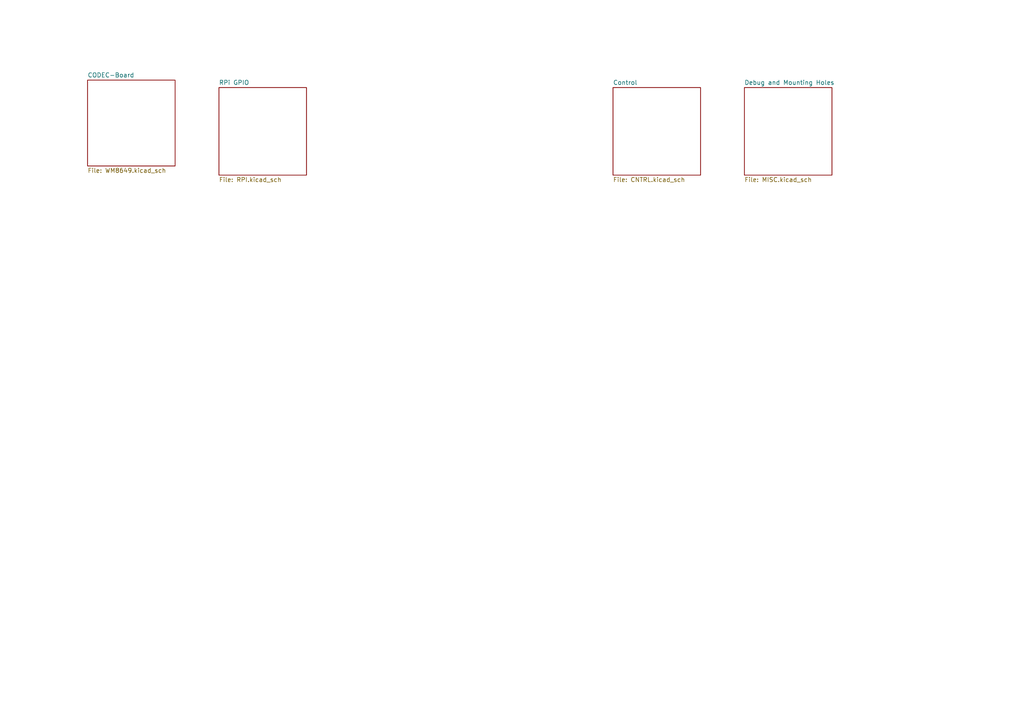
<source format=kicad_sch>
(kicad_sch
	(version 20250114)
	(generator "eeschema")
	(generator_version "9.0")
	(uuid "41751dd2-97f9-4cc6-b9e6-b561e5949053")
	(paper "A4")
	(lib_symbols)
	(sheet
		(at 215.9 25.4)
		(size 25.4 25.4)
		(exclude_from_sim no)
		(in_bom yes)
		(on_board yes)
		(dnp no)
		(fields_autoplaced yes)
		(stroke
			(width 0.1524)
			(type solid)
		)
		(fill
			(color 0 0 0 0.0000)
		)
		(uuid "0a2d2c39-e908-40d7-a327-42d9da6c4a7a")
		(property "Sheetname" "Debug and Mounting Holes"
			(at 215.9 24.6884 0)
			(effects
				(font
					(size 1.27 1.27)
				)
				(justify left bottom)
			)
		)
		(property "Sheetfile" "MISC.kicad_sch"
			(at 215.9 51.3846 0)
			(effects
				(font
					(size 1.27 1.27)
				)
				(justify left top)
			)
		)
		(instances
			(project "Harmoniser HAT"
				(path "/41751dd2-97f9-4cc6-b9e6-b561e5949053"
					(page "7")
				)
			)
		)
	)
	(sheet
		(at 177.8 25.4)
		(size 25.4 25.4)
		(exclude_from_sim no)
		(in_bom yes)
		(on_board yes)
		(dnp no)
		(fields_autoplaced yes)
		(stroke
			(width 0.1524)
			(type solid)
		)
		(fill
			(color 0 0 0 0.0000)
		)
		(uuid "5d678f4e-03b5-43f5-b100-a64e850a5e5c")
		(property "Sheetname" "Control"
			(at 177.8 24.6884 0)
			(effects
				(font
					(size 1.27 1.27)
				)
				(justify left bottom)
			)
		)
		(property "Sheetfile" "CNTRL.kicad_sch"
			(at 177.8 51.3846 0)
			(effects
				(font
					(size 1.27 1.27)
				)
				(justify left top)
			)
		)
		(instances
			(project "Harmoniser HAT"
				(path "/41751dd2-97f9-4cc6-b9e6-b561e5949053"
					(page "6")
				)
			)
		)
	)
	(sheet
		(at 63.5 25.4)
		(size 25.4 25.4)
		(exclude_from_sim no)
		(in_bom yes)
		(on_board yes)
		(dnp no)
		(fields_autoplaced yes)
		(stroke
			(width 0.1524)
			(type solid)
		)
		(fill
			(color 0 0 0 0.0000)
		)
		(uuid "94150540-adfd-4870-80d6-c5485bc02207")
		(property "Sheetname" "RPi GPIO"
			(at 63.5 24.6884 0)
			(effects
				(font
					(size 1.27 1.27)
				)
				(justify left bottom)
			)
		)
		(property "Sheetfile" "RPI.kicad_sch"
			(at 63.5 51.3846 0)
			(effects
				(font
					(size 1.27 1.27)
				)
				(justify left top)
			)
		)
		(instances
			(project "Harmoniser HAT"
				(path "/41751dd2-97f9-4cc6-b9e6-b561e5949053"
					(page "3")
				)
			)
		)
	)
	(sheet
		(at 25.4 23.241)
		(size 25.4 24.892)
		(exclude_from_sim no)
		(in_bom yes)
		(on_board yes)
		(dnp no)
		(fields_autoplaced yes)
		(stroke
			(width 0.1524)
			(type solid)
		)
		(fill
			(color 0 0 0 0.0000)
		)
		(uuid "db253e30-8154-4877-8f9b-1111df5b5d19")
		(property "Sheetname" "CODEC-Board"
			(at 25.4 22.5294 0)
			(effects
				(font
					(size 1.27 1.27)
				)
				(justify left bottom)
			)
		)
		(property "Sheetfile" "WM8649.kicad_sch"
			(at 25.4 48.7176 0)
			(effects
				(font
					(size 1.27 1.27)
				)
				(justify left top)
			)
		)
		(instances
			(project "Harmoniser HAT"
				(path "/41751dd2-97f9-4cc6-b9e6-b561e5949053"
					(page "8")
				)
			)
		)
	)
	(sheet_instances
		(path "/"
			(page "1")
		)
	)
	(embedded_fonts no)
)

</source>
